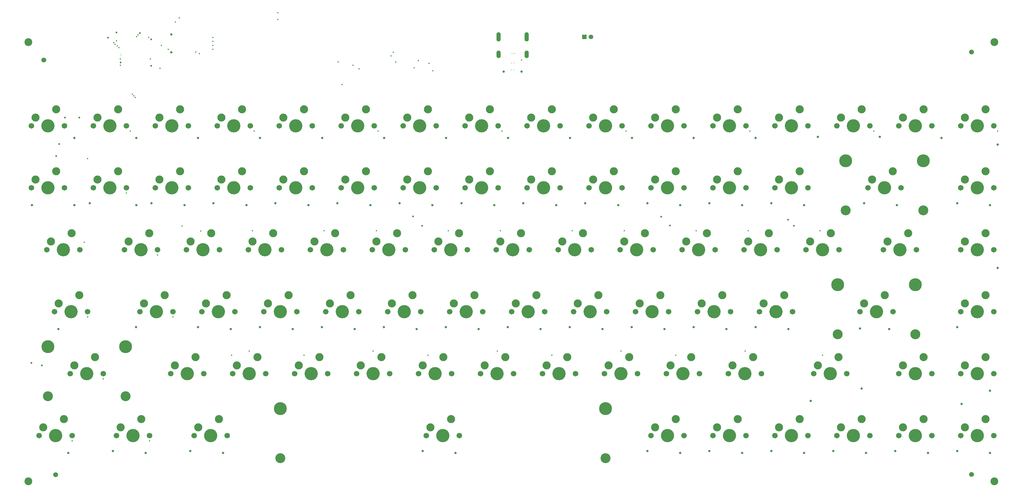
<source format=gts>
G04*
G04 #@! TF.GenerationSoftware,Altium Limited,Altium Designer,19.0.15 (446)*
G04*
G04 Layer_Color=8388736*
%FSLAX44Y44*%
%MOMM*%
G71*
G01*
G75*
%ADD13C,2.4000*%
%ADD14C,4.0640*%
%ADD15C,1.7018*%
%ADD16C,2.4892*%
%ADD17C,3.9878*%
%ADD18C,3.0480*%
%ADD19R,1.4112X1.4112*%
%ADD20C,1.4112*%
%ADD21C,0.8032*%
%ADD22C,0.3150*%
%ADD23C,0.4000*%
%ADD24C,0.5842*%
%ADD25C,0.4500*%
%ADD26C,0.7000*%
%ADD27C,1.5000*%
%ADD28C,0.5588*%
G36*
X1569550Y1367900D02*
Y1357900D01*
Y1357730D01*
X1569568Y1357390D01*
X1569603Y1357051D01*
X1569657Y1356715D01*
X1569727Y1356382D01*
X1569816Y1356053D01*
X1569921Y1355730D01*
X1570043Y1355412D01*
X1570181Y1355101D01*
X1570336Y1354797D01*
X1570506Y1354503D01*
X1570691Y1354217D01*
X1570891Y1353942D01*
X1571106Y1353677D01*
X1571333Y1353424D01*
X1571574Y1353183D01*
X1571827Y1352956D01*
X1572092Y1352742D01*
X1572367Y1352541D01*
X1572653Y1352356D01*
X1572947Y1352186D01*
X1573251Y1352031D01*
X1573562Y1351893D01*
X1573880Y1351771D01*
X1574203Y1351665D01*
X1574532Y1351577D01*
X1574865Y1351507D01*
X1575201Y1351453D01*
X1575540Y1351418D01*
X1575880Y1351400D01*
X1576050D01*
X1576220D01*
X1576560Y1351418D01*
X1576899Y1351453D01*
X1577235Y1351507D01*
X1577568Y1351577D01*
X1577897Y1351665D01*
X1578221Y1351771D01*
X1578538Y1351893D01*
X1578849Y1352031D01*
X1579153Y1352186D01*
X1579447Y1352356D01*
X1579733Y1352541D01*
X1580008Y1352741D01*
X1580273Y1352956D01*
X1580526Y1353183D01*
X1580766Y1353424D01*
X1580994Y1353677D01*
X1581208Y1353942D01*
X1581409Y1354217D01*
X1581594Y1354503D01*
X1581764Y1354797D01*
X1581919Y1355101D01*
X1582057Y1355412D01*
X1582179Y1355730D01*
X1582285Y1356053D01*
X1582373Y1356382D01*
X1582443Y1356715D01*
X1582497Y1357051D01*
X1582532Y1357390D01*
X1582550Y1357730D01*
Y1357900D01*
Y1367900D01*
Y1368070D01*
X1582532Y1368410D01*
X1582497Y1368749D01*
X1582443Y1369085D01*
X1582373Y1369418D01*
X1582285Y1369747D01*
X1582179Y1370070D01*
X1582057Y1370388D01*
X1581919Y1370699D01*
X1581764Y1371003D01*
X1581594Y1371297D01*
X1581409Y1371583D01*
X1581209Y1371858D01*
X1580994Y1372123D01*
X1580767Y1372376D01*
X1580526Y1372616D01*
X1580273Y1372844D01*
X1580008Y1373058D01*
X1579733Y1373259D01*
X1579447Y1373444D01*
X1579153Y1373614D01*
X1578849Y1373769D01*
X1578538Y1373907D01*
X1578221Y1374029D01*
X1577897Y1374135D01*
X1577568Y1374223D01*
X1577235Y1374293D01*
X1576899Y1374347D01*
X1576560Y1374382D01*
X1576220Y1374400D01*
X1576050D01*
X1575880D01*
X1575540Y1374382D01*
X1575201Y1374347D01*
X1574865Y1374293D01*
X1574532Y1374223D01*
X1574203Y1374135D01*
X1573880Y1374029D01*
X1573562Y1373907D01*
X1573251Y1373769D01*
X1572947Y1373614D01*
X1572653Y1373444D01*
X1572367Y1373259D01*
X1572092Y1373059D01*
X1571827Y1372844D01*
X1571574Y1372617D01*
X1571333Y1372376D01*
X1571106Y1372123D01*
X1570892Y1371858D01*
X1570691Y1371583D01*
X1570506Y1371297D01*
X1570336Y1371003D01*
X1570181Y1370699D01*
X1570043Y1370388D01*
X1569921Y1370070D01*
X1569816Y1369747D01*
X1569727Y1369418D01*
X1569657Y1369085D01*
X1569603Y1368749D01*
X1569568Y1368410D01*
X1569550Y1368070D01*
Y1367900D01*
D01*
D02*
G37*
G36*
Y1424500D02*
Y1408500D01*
X1569554Y1408368D01*
X1569583Y1408042D01*
X1569629Y1407717D01*
X1569691Y1407396D01*
X1569770Y1407078D01*
X1569866Y1406765D01*
X1569978Y1406457D01*
X1570106Y1406155D01*
X1570250Y1405861D01*
X1570409Y1405574D01*
X1570582Y1405296D01*
X1570770Y1405028D01*
X1570972Y1404770D01*
X1571187Y1404523D01*
X1571414Y1404287D01*
X1571654Y1404064D01*
X1571905Y1403853D01*
X1572166Y1403656D01*
X1572438Y1403473D01*
X1572719Y1403304D01*
X1573008Y1403150D01*
X1573305Y1403012D01*
X1573609Y1402889D01*
X1573918Y1402782D01*
X1574233Y1402692D01*
X1574552Y1402619D01*
X1574875Y1402562D01*
X1575200Y1402522D01*
X1575527Y1402499D01*
X1575855Y1402493D01*
X1576050Y1402500D01*
X1576245Y1402493D01*
X1576573Y1402499D01*
X1576900Y1402522D01*
X1577225Y1402562D01*
X1577547Y1402619D01*
X1577867Y1402692D01*
X1578181Y1402782D01*
X1578491Y1402889D01*
X1578795Y1403012D01*
X1579092Y1403150D01*
X1579381Y1403304D01*
X1579662Y1403473D01*
X1579933Y1403656D01*
X1580195Y1403853D01*
X1580446Y1404064D01*
X1580686Y1404287D01*
X1580913Y1404523D01*
X1581128Y1404770D01*
X1581330Y1405028D01*
X1581518Y1405296D01*
X1581691Y1405574D01*
X1581850Y1405861D01*
X1581994Y1406155D01*
X1582122Y1406457D01*
X1582234Y1406765D01*
X1582330Y1407078D01*
X1582409Y1407396D01*
X1582471Y1407717D01*
X1582517Y1408042D01*
X1582545Y1408368D01*
X1582550Y1408500D01*
Y1424500D01*
X1582545Y1424632D01*
X1582517Y1424958D01*
X1582471Y1425283D01*
X1582409Y1425604D01*
X1582330Y1425922D01*
X1582234Y1426235D01*
X1582122Y1426543D01*
X1581994Y1426845D01*
X1581850Y1427139D01*
X1581691Y1427426D01*
X1581518Y1427704D01*
X1581330Y1427972D01*
X1581128Y1428230D01*
X1580913Y1428477D01*
X1580686Y1428713D01*
X1580446Y1428936D01*
X1580195Y1429147D01*
X1579934Y1429344D01*
X1579662Y1429527D01*
X1579381Y1429696D01*
X1579092Y1429850D01*
X1578795Y1429988D01*
X1578491Y1430111D01*
X1578182Y1430217D01*
X1577867Y1430308D01*
X1577547Y1430381D01*
X1577225Y1430438D01*
X1576900Y1430478D01*
X1576573Y1430501D01*
X1576245Y1430507D01*
X1576050Y1430500D01*
X1575855Y1430507D01*
X1575527Y1430501D01*
X1575200Y1430478D01*
X1574875Y1430438D01*
X1574553Y1430381D01*
X1574233Y1430308D01*
X1573918Y1430218D01*
X1573609Y1430111D01*
X1573305Y1429988D01*
X1573008Y1429850D01*
X1572719Y1429696D01*
X1572438Y1429527D01*
X1572166Y1429344D01*
X1571905Y1429147D01*
X1571654Y1428936D01*
X1571414Y1428713D01*
X1571187Y1428477D01*
X1570972Y1428230D01*
X1570770Y1427972D01*
X1570582Y1427704D01*
X1570409Y1427426D01*
X1570250Y1427139D01*
X1570106Y1426845D01*
X1569978Y1426543D01*
X1569866Y1426236D01*
X1569770Y1425922D01*
X1569691Y1425604D01*
X1569629Y1425283D01*
X1569583Y1424958D01*
X1569554Y1424632D01*
X1569550Y1424500D01*
D01*
D02*
G37*
G36*
X1655950Y1367900D02*
Y1357900D01*
Y1357730D01*
X1655968Y1357390D01*
X1656003Y1357051D01*
X1656057Y1356715D01*
X1656127Y1356382D01*
X1656216Y1356053D01*
X1656321Y1355730D01*
X1656443Y1355412D01*
X1656581Y1355101D01*
X1656736Y1354797D01*
X1656906Y1354503D01*
X1657091Y1354217D01*
X1657291Y1353942D01*
X1657506Y1353677D01*
X1657733Y1353424D01*
X1657974Y1353183D01*
X1658227Y1352956D01*
X1658492Y1352742D01*
X1658767Y1352541D01*
X1659053Y1352356D01*
X1659347Y1352186D01*
X1659651Y1352031D01*
X1659962Y1351893D01*
X1660280Y1351771D01*
X1660603Y1351665D01*
X1660932Y1351577D01*
X1661265Y1351507D01*
X1661601Y1351453D01*
X1661940Y1351418D01*
X1662280Y1351400D01*
X1662450D01*
X1662620D01*
X1662960Y1351418D01*
X1663299Y1351453D01*
X1663635Y1351507D01*
X1663968Y1351577D01*
X1664297Y1351665D01*
X1664621Y1351771D01*
X1664938Y1351893D01*
X1665249Y1352031D01*
X1665553Y1352186D01*
X1665847Y1352356D01*
X1666133Y1352541D01*
X1666408Y1352741D01*
X1666673Y1352956D01*
X1666926Y1353183D01*
X1667166Y1353424D01*
X1667394Y1353677D01*
X1667608Y1353942D01*
X1667809Y1354217D01*
X1667994Y1354503D01*
X1668164Y1354797D01*
X1668319Y1355101D01*
X1668457Y1355412D01*
X1668579Y1355730D01*
X1668685Y1356053D01*
X1668773Y1356382D01*
X1668843Y1356715D01*
X1668897Y1357051D01*
X1668932Y1357390D01*
X1668950Y1357730D01*
Y1357900D01*
Y1367900D01*
Y1368070D01*
X1668932Y1368410D01*
X1668897Y1368749D01*
X1668843Y1369085D01*
X1668773Y1369418D01*
X1668685Y1369747D01*
X1668579Y1370070D01*
X1668457Y1370388D01*
X1668319Y1370699D01*
X1668164Y1371003D01*
X1667994Y1371297D01*
X1667809Y1371583D01*
X1667609Y1371858D01*
X1667394Y1372123D01*
X1667167Y1372376D01*
X1666926Y1372616D01*
X1666673Y1372844D01*
X1666408Y1373058D01*
X1666133Y1373259D01*
X1665847Y1373444D01*
X1665553Y1373614D01*
X1665249Y1373769D01*
X1664938Y1373907D01*
X1664621Y1374029D01*
X1664297Y1374135D01*
X1663968Y1374223D01*
X1663635Y1374293D01*
X1663299Y1374347D01*
X1662960Y1374382D01*
X1662620Y1374400D01*
X1662450D01*
X1662280D01*
X1661940Y1374382D01*
X1661601Y1374347D01*
X1661265Y1374293D01*
X1660932Y1374223D01*
X1660603Y1374135D01*
X1660280Y1374029D01*
X1659962Y1373907D01*
X1659651Y1373769D01*
X1659347Y1373614D01*
X1659053Y1373444D01*
X1658767Y1373259D01*
X1658492Y1373059D01*
X1658227Y1372844D01*
X1657974Y1372617D01*
X1657733Y1372376D01*
X1657506Y1372123D01*
X1657292Y1371858D01*
X1657091Y1371583D01*
X1656906Y1371297D01*
X1656736Y1371003D01*
X1656581Y1370699D01*
X1656443Y1370388D01*
X1656321Y1370070D01*
X1656216Y1369747D01*
X1656127Y1369418D01*
X1656057Y1369085D01*
X1656003Y1368749D01*
X1655968Y1368410D01*
X1655950Y1368070D01*
Y1367900D01*
D01*
D02*
G37*
G36*
Y1424500D02*
Y1408500D01*
X1655954Y1408368D01*
X1655983Y1408042D01*
X1656029Y1407717D01*
X1656091Y1407396D01*
X1656170Y1407078D01*
X1656266Y1406765D01*
X1656378Y1406457D01*
X1656506Y1406155D01*
X1656650Y1405861D01*
X1656809Y1405574D01*
X1656982Y1405296D01*
X1657170Y1405028D01*
X1657372Y1404770D01*
X1657587Y1404523D01*
X1657814Y1404287D01*
X1658054Y1404064D01*
X1658305Y1403853D01*
X1658566Y1403656D01*
X1658838Y1403473D01*
X1659119Y1403304D01*
X1659408Y1403150D01*
X1659705Y1403012D01*
X1660009Y1402889D01*
X1660318Y1402782D01*
X1660633Y1402692D01*
X1660952Y1402619D01*
X1661275Y1402562D01*
X1661600Y1402522D01*
X1661927Y1402499D01*
X1662255Y1402493D01*
X1662450Y1402500D01*
X1662645Y1402493D01*
X1662973Y1402499D01*
X1663300Y1402522D01*
X1663625Y1402562D01*
X1663947Y1402619D01*
X1664267Y1402692D01*
X1664581Y1402782D01*
X1664891Y1402889D01*
X1665195Y1403012D01*
X1665492Y1403150D01*
X1665781Y1403304D01*
X1666062Y1403473D01*
X1666333Y1403656D01*
X1666595Y1403853D01*
X1666846Y1404064D01*
X1667086Y1404287D01*
X1667313Y1404523D01*
X1667528Y1404770D01*
X1667730Y1405028D01*
X1667918Y1405296D01*
X1668091Y1405574D01*
X1668250Y1405861D01*
X1668394Y1406155D01*
X1668522Y1406457D01*
X1668634Y1406765D01*
X1668730Y1407078D01*
X1668809Y1407396D01*
X1668871Y1407717D01*
X1668917Y1408042D01*
X1668945Y1408368D01*
X1668950Y1408500D01*
Y1424500D01*
X1668945Y1424632D01*
X1668917Y1424958D01*
X1668871Y1425283D01*
X1668809Y1425604D01*
X1668730Y1425922D01*
X1668634Y1426235D01*
X1668522Y1426543D01*
X1668394Y1426845D01*
X1668250Y1427139D01*
X1668091Y1427426D01*
X1667918Y1427704D01*
X1667730Y1427972D01*
X1667528Y1428230D01*
X1667313Y1428477D01*
X1667086Y1428713D01*
X1666846Y1428936D01*
X1666595Y1429147D01*
X1666334Y1429344D01*
X1666062Y1429527D01*
X1665781Y1429696D01*
X1665492Y1429850D01*
X1665195Y1429988D01*
X1664891Y1430111D01*
X1664582Y1430217D01*
X1664267Y1430308D01*
X1663947Y1430381D01*
X1663625Y1430438D01*
X1663300Y1430478D01*
X1662973Y1430501D01*
X1662645Y1430507D01*
X1662450Y1430500D01*
X1662255Y1430507D01*
X1661927Y1430501D01*
X1661600Y1430478D01*
X1661275Y1430438D01*
X1660953Y1430381D01*
X1660633Y1430308D01*
X1660318Y1430218D01*
X1660009Y1430111D01*
X1659705Y1429988D01*
X1659408Y1429850D01*
X1659119Y1429696D01*
X1658838Y1429527D01*
X1658566Y1429344D01*
X1658305Y1429147D01*
X1658054Y1428936D01*
X1657814Y1428713D01*
X1657587Y1428477D01*
X1657372Y1428230D01*
X1657170Y1427972D01*
X1656982Y1427704D01*
X1656809Y1427426D01*
X1656650Y1427139D01*
X1656506Y1426845D01*
X1656378Y1426543D01*
X1656266Y1426236D01*
X1656170Y1425922D01*
X1656091Y1425604D01*
X1656029Y1425283D01*
X1655983Y1424958D01*
X1655954Y1424632D01*
X1655950Y1424500D01*
D01*
D02*
G37*
D13*
X130000Y50000D02*
D03*
X3100000D02*
D03*
Y1400000D02*
D03*
X130000D02*
D03*
D14*
X381000Y1143000D02*
D03*
X2571750Y762000D02*
D03*
X690565Y190500D02*
D03*
X452435D02*
D03*
X214312D02*
D03*
X309562Y381000D02*
D03*
X261938Y571500D02*
D03*
X238125Y762000D02*
D03*
X2762250Y952500D02*
D03*
X2809875Y762000D02*
D03*
X2738443Y571500D02*
D03*
X2595557Y381000D02*
D03*
X1404935Y190500D02*
D03*
X190500Y1143000D02*
D03*
X571500D02*
D03*
X762000D02*
D03*
X952500D02*
D03*
X1143000D02*
D03*
X1333500D02*
D03*
X1524000D02*
D03*
X1714500D02*
D03*
X1905000D02*
D03*
X2095500D02*
D03*
X2286000D02*
D03*
X2476500D02*
D03*
X2667000D02*
D03*
X2857500D02*
D03*
X3048000D02*
D03*
X381000Y952500D02*
D03*
X190500D02*
D03*
X571500D02*
D03*
X762000D02*
D03*
X952500D02*
D03*
X1143000D02*
D03*
X1333500D02*
D03*
X1524000D02*
D03*
X1714500D02*
D03*
X1905000D02*
D03*
X2095500D02*
D03*
X2286000D02*
D03*
X2476500D02*
D03*
X3048000D02*
D03*
X476250Y762000D02*
D03*
X666750D02*
D03*
X857250D02*
D03*
X1047750D02*
D03*
X1238250D02*
D03*
X1428750D02*
D03*
X1619250D02*
D03*
X1809750D02*
D03*
X2000250D02*
D03*
X2190750D02*
D03*
X2381250D02*
D03*
X3048000D02*
D03*
X523880Y571500D02*
D03*
X714380D02*
D03*
X904880D02*
D03*
X1095380D02*
D03*
X1285880D02*
D03*
X1476380D02*
D03*
X1666880D02*
D03*
X1857380D02*
D03*
X2047880D02*
D03*
X2238380D02*
D03*
X2428880D02*
D03*
X3048000D02*
D03*
X619123Y381000D02*
D03*
X809620D02*
D03*
X1000120D02*
D03*
X1190620D02*
D03*
X1381120D02*
D03*
X1571620D02*
D03*
X1762120D02*
D03*
X1952620D02*
D03*
X2143120D02*
D03*
X2333620D02*
D03*
X2857500D02*
D03*
X3048000D02*
D03*
X2095502Y190500D02*
D03*
X2286000D02*
D03*
X2476500D02*
D03*
X2667000D02*
D03*
X2857500D02*
D03*
X3048000D02*
D03*
D15*
X431800Y1143000D02*
D03*
X330200D02*
D03*
X2622550Y762000D02*
D03*
X2520950D02*
D03*
X639765Y190500D02*
D03*
X741365D02*
D03*
X401635D02*
D03*
X503235D02*
D03*
X163512D02*
D03*
X265112D02*
D03*
X360363Y381000D02*
D03*
X258762D02*
D03*
X312738Y571500D02*
D03*
X211138D02*
D03*
X288925Y762000D02*
D03*
X187325D02*
D03*
X2711450Y952500D02*
D03*
X2813050D02*
D03*
X2860675Y762000D02*
D03*
X2759075D02*
D03*
X2789243Y571500D02*
D03*
X2687643D02*
D03*
X2646357Y381000D02*
D03*
X2544757D02*
D03*
X1455735Y190500D02*
D03*
X1354135D02*
D03*
X139700Y1143000D02*
D03*
X241300D02*
D03*
X520700D02*
D03*
X622300D02*
D03*
X711200D02*
D03*
X812800D02*
D03*
X901700D02*
D03*
X1003300D02*
D03*
X1092200D02*
D03*
X1193800D02*
D03*
X1282700D02*
D03*
X1384300D02*
D03*
X1473200D02*
D03*
X1574800D02*
D03*
X1663700D02*
D03*
X1765300D02*
D03*
X1854200D02*
D03*
X1955800D02*
D03*
X2044700D02*
D03*
X2146300D02*
D03*
X2235200D02*
D03*
X2336800D02*
D03*
X2425700D02*
D03*
X2527300D02*
D03*
X2616200D02*
D03*
X2717800D02*
D03*
X2806700D02*
D03*
X2908300D02*
D03*
X2997200D02*
D03*
X3098800D02*
D03*
X330200Y952500D02*
D03*
X431800D02*
D03*
X139700D02*
D03*
X241300D02*
D03*
X520700D02*
D03*
X622300D02*
D03*
X711200D02*
D03*
X812800D02*
D03*
X901700D02*
D03*
X1003300D02*
D03*
X1092200D02*
D03*
X1193800D02*
D03*
X1282700D02*
D03*
X1384300D02*
D03*
X1473200D02*
D03*
X1574800D02*
D03*
X1663700D02*
D03*
X1765300D02*
D03*
X1854200D02*
D03*
X1955800D02*
D03*
X2044700D02*
D03*
X2146300D02*
D03*
X2235200D02*
D03*
X2336800D02*
D03*
X2425700D02*
D03*
X2527300D02*
D03*
X2997200D02*
D03*
X3098800D02*
D03*
X425450Y762000D02*
D03*
X527050D02*
D03*
X615950D02*
D03*
X717550D02*
D03*
X806450D02*
D03*
X908050D02*
D03*
X996950D02*
D03*
X1098550D02*
D03*
X1187450D02*
D03*
X1289050D02*
D03*
X1377950D02*
D03*
X1479550D02*
D03*
X1568450D02*
D03*
X1670050D02*
D03*
X1758950D02*
D03*
X1860550D02*
D03*
X1949450D02*
D03*
X2051050D02*
D03*
X2139950D02*
D03*
X2241550D02*
D03*
X2330450D02*
D03*
X2432050D02*
D03*
X2997200D02*
D03*
X3098800D02*
D03*
X473080Y571500D02*
D03*
X574680D02*
D03*
X663580D02*
D03*
X765180D02*
D03*
X854080D02*
D03*
X955680D02*
D03*
X1044580D02*
D03*
X1146180D02*
D03*
X1235080D02*
D03*
X1336680D02*
D03*
X1425580D02*
D03*
X1527180D02*
D03*
X1616080D02*
D03*
X1717680D02*
D03*
X1806580D02*
D03*
X1908180D02*
D03*
X1997080D02*
D03*
X2098680D02*
D03*
X2187580D02*
D03*
X2289180D02*
D03*
X2378080D02*
D03*
X2479680D02*
D03*
X2997200D02*
D03*
X3098800D02*
D03*
X568322Y381000D02*
D03*
X669922D02*
D03*
X758820D02*
D03*
X860420D02*
D03*
X949320D02*
D03*
X1050920D02*
D03*
X1139820D02*
D03*
X1241420D02*
D03*
X1330320D02*
D03*
X1431920D02*
D03*
X1520820D02*
D03*
X1622420D02*
D03*
X1711320D02*
D03*
X1812920D02*
D03*
X1901820D02*
D03*
X2003420D02*
D03*
X2092320D02*
D03*
X2193920D02*
D03*
X2282820D02*
D03*
X2384420D02*
D03*
X2806700D02*
D03*
X2908300D02*
D03*
X2997200D02*
D03*
X3098800D02*
D03*
X2044702Y190500D02*
D03*
X2146302D02*
D03*
X2235200D02*
D03*
X2336800D02*
D03*
X2425700D02*
D03*
X2527300D02*
D03*
X2616200D02*
D03*
X2717800D02*
D03*
X2806700D02*
D03*
X2908300D02*
D03*
X2997200D02*
D03*
X3098800D02*
D03*
D16*
X406400Y1193800D02*
D03*
X342900Y1168400D02*
D03*
X2597150Y812800D02*
D03*
X2533650Y787400D02*
D03*
X652465Y215900D02*
D03*
X715965Y241300D02*
D03*
X414335Y215900D02*
D03*
X477835Y241300D02*
D03*
X176213Y215900D02*
D03*
X239713Y241300D02*
D03*
X334963Y431800D02*
D03*
X271462Y406400D02*
D03*
X287337Y622300D02*
D03*
X223838Y596900D02*
D03*
X263525Y812800D02*
D03*
X200025Y787400D02*
D03*
X2724150Y977900D02*
D03*
X2787650Y1003300D02*
D03*
X2835275Y812800D02*
D03*
X2771775Y787400D02*
D03*
X2763842Y622300D02*
D03*
X2700343Y596900D02*
D03*
X2620957Y431800D02*
D03*
X2557457Y406400D02*
D03*
X1430335Y241300D02*
D03*
X1366835Y215900D02*
D03*
X152400Y1168400D02*
D03*
X215900Y1193800D02*
D03*
X533400Y1168400D02*
D03*
X596900Y1193800D02*
D03*
X723900Y1168400D02*
D03*
X787400Y1193800D02*
D03*
X914400Y1168400D02*
D03*
X977900Y1193800D02*
D03*
X1104900Y1168400D02*
D03*
X1168400Y1193800D02*
D03*
X1295400Y1168400D02*
D03*
X1358900Y1193800D02*
D03*
X1485900Y1168400D02*
D03*
X1549400Y1193800D02*
D03*
X1676400Y1168400D02*
D03*
X1739900Y1193800D02*
D03*
X1866900Y1168400D02*
D03*
X1930400Y1193800D02*
D03*
X2057400Y1168400D02*
D03*
X2120900Y1193800D02*
D03*
X2247900Y1168400D02*
D03*
X2311400Y1193800D02*
D03*
X2438400Y1168400D02*
D03*
X2501900Y1193800D02*
D03*
X2628900Y1168400D02*
D03*
X2692400Y1193800D02*
D03*
X2819400Y1168400D02*
D03*
X2882900Y1193800D02*
D03*
X3009900Y1168400D02*
D03*
X3073400Y1193800D02*
D03*
X342900Y977900D02*
D03*
X406400Y1003300D02*
D03*
X152400Y977900D02*
D03*
X215900Y1003300D02*
D03*
X533400Y977900D02*
D03*
X596900Y1003300D02*
D03*
X723900Y977900D02*
D03*
X787400Y1003300D02*
D03*
X914400Y977900D02*
D03*
X977900Y1003300D02*
D03*
X1104900Y977900D02*
D03*
X1168400Y1003300D02*
D03*
X1295400Y977900D02*
D03*
X1358900Y1003300D02*
D03*
X1485900Y977900D02*
D03*
X1549400Y1003300D02*
D03*
X1676400Y977900D02*
D03*
X1739900Y1003300D02*
D03*
X1866900Y977900D02*
D03*
X1930400Y1003300D02*
D03*
X2057400Y977900D02*
D03*
X2120900Y1003300D02*
D03*
X2247900Y977900D02*
D03*
X2311400Y1003300D02*
D03*
X2438400Y977900D02*
D03*
X2501900Y1003300D02*
D03*
X3009900Y977900D02*
D03*
X3073400Y1003300D02*
D03*
X438150Y787400D02*
D03*
X501650Y812800D02*
D03*
X628650Y787400D02*
D03*
X692150Y812800D02*
D03*
X819150Y787400D02*
D03*
X882650Y812800D02*
D03*
X1009650Y787400D02*
D03*
X1073150Y812800D02*
D03*
X1200150Y787400D02*
D03*
X1263650Y812800D02*
D03*
X1390650Y787400D02*
D03*
X1454150Y812800D02*
D03*
X1581150Y787400D02*
D03*
X1644650Y812800D02*
D03*
X1771650Y787400D02*
D03*
X1835150Y812800D02*
D03*
X1962150Y787400D02*
D03*
X2025650Y812800D02*
D03*
X2152650Y787400D02*
D03*
X2216150Y812800D02*
D03*
X2343150Y787400D02*
D03*
X2406650Y812800D02*
D03*
X3009900Y787400D02*
D03*
X3073400Y812800D02*
D03*
X485780Y596900D02*
D03*
X549280Y622300D02*
D03*
X676280Y596900D02*
D03*
X739780Y622300D02*
D03*
X866780Y596900D02*
D03*
X930280Y622300D02*
D03*
X1057280Y596900D02*
D03*
X1120780Y622300D02*
D03*
X1247780Y596900D02*
D03*
X1311280Y622300D02*
D03*
X1438280Y596900D02*
D03*
X1501780Y622300D02*
D03*
X1628780Y596900D02*
D03*
X1692280Y622300D02*
D03*
X1819280Y596900D02*
D03*
X1882780Y622300D02*
D03*
X2009780Y596900D02*
D03*
X2073280Y622300D02*
D03*
X2200280Y596900D02*
D03*
X2263780Y622300D02*
D03*
X2390780Y596900D02*
D03*
X2454280Y622300D02*
D03*
X3009900Y596900D02*
D03*
X3073400Y622300D02*
D03*
X581022Y406400D02*
D03*
X644522Y431800D02*
D03*
X771520Y406400D02*
D03*
X835020Y431800D02*
D03*
X962020Y406400D02*
D03*
X1025520Y431800D02*
D03*
X1152520Y406400D02*
D03*
X1216020Y431800D02*
D03*
X1343020Y406400D02*
D03*
X1406520Y431800D02*
D03*
X1533520Y406400D02*
D03*
X1597020Y431800D02*
D03*
X1724020Y406400D02*
D03*
X1787520Y431800D02*
D03*
X1914520Y406400D02*
D03*
X1978020Y431800D02*
D03*
X2105020Y406400D02*
D03*
X2168520Y431800D02*
D03*
X2295520Y406400D02*
D03*
X2359020Y431800D02*
D03*
X2819400Y406400D02*
D03*
X2882900Y431800D02*
D03*
X3009900Y406400D02*
D03*
X3073400Y431800D02*
D03*
X2057402Y215900D02*
D03*
X2120903Y241300D02*
D03*
X2247900Y215900D02*
D03*
X2311400Y241300D02*
D03*
X2438400Y215900D02*
D03*
X2501900Y241300D02*
D03*
X2628900Y215900D02*
D03*
X2692400Y241300D02*
D03*
X2819400Y215900D02*
D03*
X2882900Y241300D02*
D03*
X3009900Y215900D02*
D03*
X3073400Y241300D02*
D03*
D17*
X190182Y463550D02*
D03*
X428942D02*
D03*
X2881630Y1035050D02*
D03*
X2642870D02*
D03*
X2619062Y654050D02*
D03*
X2857823D02*
D03*
X904935Y273050D02*
D03*
X1904935D02*
D03*
D18*
X190182Y311150D02*
D03*
X428942D02*
D03*
X2881630Y882650D02*
D03*
X2642870D02*
D03*
X2619062Y501650D02*
D03*
X2857823D02*
D03*
X904935Y120650D02*
D03*
X1904935D02*
D03*
D19*
X1840000Y1416500D02*
D03*
D20*
X1860000D02*
D03*
D21*
X1662450D02*
D03*
X1576050D02*
D03*
X1662450Y1362900D02*
D03*
X1576050D02*
D03*
D22*
X1615742Y1316000D02*
D03*
X1622830D02*
D03*
X415000Y1363286D02*
D03*
Y1358500D02*
D03*
X1616750Y1365329D02*
D03*
X1621750D02*
D03*
X1615742Y1336000D02*
D03*
X1622830D02*
D03*
X1626721Y1365300D02*
D03*
D23*
X403500Y1388500D02*
D03*
X408496Y1383500D02*
D03*
X412999Y1328997D02*
D03*
Y1348997D02*
D03*
X1260000Y1339340D02*
D03*
X467500Y1422500D02*
D03*
X265110Y174750D02*
D03*
X503240D02*
D03*
X463000Y1417500D02*
D03*
X392500Y1398500D02*
D03*
X360360Y365250D02*
D03*
X397341Y1393500D02*
D03*
X754759Y438069D02*
D03*
X312740Y555750D02*
D03*
X574680D02*
D03*
X302500Y785000D02*
D03*
X450435Y1240000D02*
D03*
X527050Y746250D02*
D03*
X455000Y1235000D02*
D03*
X312500Y1042262D02*
D03*
X459086Y1230000D02*
D03*
X431800Y936750D02*
D03*
X1245000Y1357749D02*
D03*
X1252500Y1368950D02*
D03*
D24*
X413999Y1337997D02*
D03*
X401635Y1430000D02*
D03*
X507500Y1408372D02*
D03*
X473080Y1428200D02*
D03*
X507500Y1327363D02*
D03*
D25*
X1316448Y1321448D02*
D03*
X1329305Y1343900D02*
D03*
X1082500Y1339187D02*
D03*
X1128710Y1329250D02*
D03*
X560000Y1378500D02*
D03*
X594500Y1474500D02*
D03*
X582500Y1462500D02*
D03*
X443310Y1127250D02*
D03*
X505000Y1348500D02*
D03*
X535000Y1320000D02*
D03*
X400874Y1404126D02*
D03*
X1095000Y1270250D02*
D03*
X539500Y1390500D02*
D03*
X697500Y1378500D02*
D03*
Y1390500D02*
D03*
Y1402500D02*
D03*
X500000Y1414500D02*
D03*
X697500D02*
D03*
X1374450Y1312050D02*
D03*
X1362500Y1335250D02*
D03*
X655710Y1365000D02*
D03*
X897500Y1491000D02*
D03*
X645000Y1370000D02*
D03*
X897500Y1470000D02*
D03*
X1147098Y1318152D02*
D03*
X1646750Y1345000D02*
D03*
X2572500Y437310D02*
D03*
X2333800Y450500D02*
D03*
X1952710Y450250D02*
D03*
X2120590Y437560D02*
D03*
X1571800Y450500D02*
D03*
X1739680Y437810D02*
D03*
X1190710Y450250D02*
D03*
X1358590Y437560D02*
D03*
X977500Y437310D02*
D03*
X809620Y450000D02*
D03*
X2564550Y820000D02*
D03*
X2183550D02*
D03*
X1802550D02*
D03*
X1421550D02*
D03*
X1040000D02*
D03*
X660000Y819550D02*
D03*
X2343150Y820000D02*
D03*
X1962150D02*
D03*
X1581150D02*
D03*
X1200150D02*
D03*
X819150D02*
D03*
X602750Y835000D02*
D03*
X824310Y1127250D02*
D03*
X1205310D02*
D03*
X1586310D02*
D03*
X1967310D02*
D03*
X2348310D02*
D03*
X2729310D02*
D03*
X3110310D02*
D03*
D26*
X1646750Y1309815D02*
D03*
X1591750D02*
D03*
X3086500Y328472D02*
D03*
X2999813Y287500D02*
D03*
X2691997Y335200D02*
D03*
X2536043Y297500D02*
D03*
X3086500Y137500D02*
D03*
X2896000D02*
D03*
X2985691Y143000D02*
D03*
X2795190D02*
D03*
X2705500Y137500D02*
D03*
X2515000D02*
D03*
X2604691Y143000D02*
D03*
X2414190D02*
D03*
X2324503Y137500D02*
D03*
X2134002D02*
D03*
X2223690Y143000D02*
D03*
X2033190D02*
D03*
X1443435Y137500D02*
D03*
X1342630Y143000D02*
D03*
X729060Y137500D02*
D03*
X628250Y143000D02*
D03*
X490935Y137500D02*
D03*
X390130Y143000D02*
D03*
X252812Y137500D02*
D03*
X3110310Y706000D02*
D03*
X2985690Y524000D02*
D03*
X2687643Y520000D02*
D03*
X2467380Y518500D02*
D03*
X2276880D02*
D03*
X2366570Y524000D02*
D03*
X2176070D02*
D03*
X2086378Y518500D02*
D03*
X1895877D02*
D03*
X1985570Y524000D02*
D03*
X1795070D02*
D03*
X1705378Y518500D02*
D03*
X1514877D02*
D03*
X1604570Y524000D02*
D03*
X1414070D02*
D03*
X1324377Y518500D02*
D03*
X1133877D02*
D03*
X1223570Y524000D02*
D03*
X1033070D02*
D03*
X943380Y518500D02*
D03*
X752880D02*
D03*
X842570Y524000D02*
D03*
X652070D02*
D03*
X461570D02*
D03*
X222621Y518500D02*
D03*
X2776942D02*
D03*
X318690Y905000D02*
D03*
X141106Y899148D02*
D03*
X699100Y905000D02*
D03*
X508600D02*
D03*
X1080438D02*
D03*
X889938D02*
D03*
X1461690D02*
D03*
X1271190D02*
D03*
X1842438D02*
D03*
X1651938D02*
D03*
X2033190D02*
D03*
X2223690D02*
D03*
X2414190D02*
D03*
X2699940D02*
D03*
X2985690D02*
D03*
X3086500Y899148D02*
D03*
X2800750Y899500D02*
D03*
X2515000D02*
D03*
X2133997D02*
D03*
X2324495D02*
D03*
X1753000Y899500D02*
D03*
X1943497D02*
D03*
X1372000D02*
D03*
X1562497D02*
D03*
X991000D02*
D03*
X1181497D02*
D03*
X610000D02*
D03*
X800497D02*
D03*
X271462D02*
D03*
X461960D02*
D03*
X3110310Y1085000D02*
D03*
X2938210Y1106000D02*
D03*
X2557460Y1109472D02*
D03*
X2747960D02*
D03*
X2176210Y1106000D02*
D03*
X2366707D02*
D03*
X1795460D02*
D03*
X1985957D02*
D03*
X1414460D02*
D03*
X1604957D02*
D03*
X1033460D02*
D03*
X1223957D02*
D03*
X652210D02*
D03*
X842707D02*
D03*
X461960D02*
D03*
X271462D02*
D03*
X570000Y1368950D02*
D03*
Y1423680D02*
D03*
D27*
X177500Y1345000D02*
D03*
X214312Y70000D02*
D03*
X3030000Y71270D02*
D03*
Y1370000D02*
D03*
D28*
X375000Y1414000D02*
D03*
X225000Y1087000D02*
D03*
X215900Y1050000D02*
D03*
X171400Y406400D02*
D03*
X139700Y414200D02*
D03*
X287337Y1168400D02*
D03*
X242500D02*
D03*
X1341434Y836000D02*
D03*
X1313434Y864000D02*
D03*
X2076000Y863437D02*
D03*
X2103000Y836437D02*
D03*
X2484434Y836000D02*
D03*
X2466434Y854000D02*
D03*
M02*

</source>
